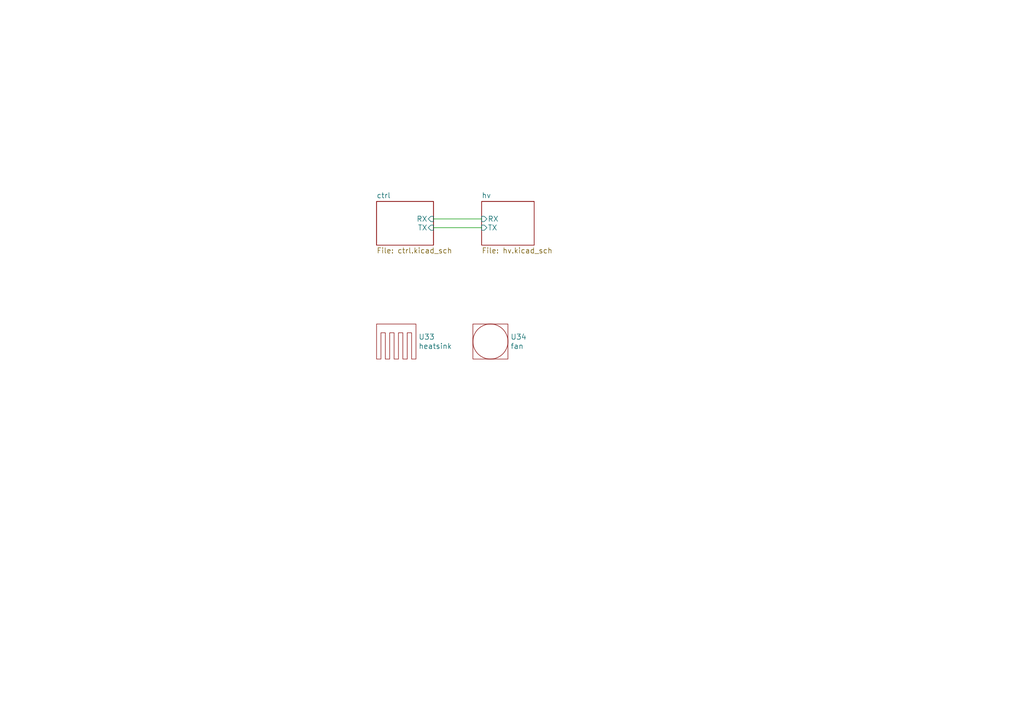
<source format=kicad_sch>
(kicad_sch (version 20211123) (generator eeschema)
  (paper "A4")
  (lib_symbols
    (symbol "stmbl_4.0-rescue:fan-stmbl" (pin_names (offset 1.016))
      (property "Reference" "U" (at 0 -6.35 0))
      (property "Value" "fan-stmbl" (at 0 6.35 0))
      (symbol "fan-stmbl_0_1"
        (rectangle (start -5.08 5.08) (end 5.08 -5.08))
        (circle (center 0 0) (radius 5.08))
      )
    )
    (symbol "stmbl_4.0-rescue:heatsink-stmbl" (pin_names (offset 1.016))
      (property "Reference" "U" (at 0 -7.62 0))
      (property "Value" "heatsink-stmbl" (at 0 5.08 0))
      (symbol "heatsink-stmbl_0_1"
        (polyline (pts (xy -5.08 3.81) (xy 6.35 3.81) (xy 6.35 -6.35) (xy 5.08 -6.35) (xy 5.08 1.27) (xy 3.81 1.27) (xy 3.81 -6.35) (xy 2.54 -6.35) (xy 2.54 1.27) (xy 1.27 1.27) (xy 1.27 -6.35) (xy 0 -6.35) (xy 0 1.27) (xy -1.27 1.27) (xy -1.27 -6.35) (xy -2.54 -6.35) (xy -2.54 1.27) (xy -3.81 1.27) (xy -3.81 -6.35) (xy -5.08 -6.35) (xy -5.08 3.81)))
      )
    )
  )
  (wire (pts (xy 125.73 66.04) (xy 139.7 66.04)))
  (wire (pts (xy 125.73 63.5) (xy 139.7 63.5)))
  (symbol (lib_id "stmbl_4.0-rescue:heatsink-stmbl") (at 114.3 97.79 0) (unit 1)
    (property "Reference" "U33" (at 121.3612 97.7138 0) (effects (font (size 1.524 1.524)) (justify left)))
    (property "Value" "heatsink" (at 121.3612 100.4062 0) (effects (font (size 1.524 1.524)) (justify left)))
    (property "Manufacturer No" "V PR138/94-M3" (effects hide))
    (property "Voltage" " " (effects hide))
    (property "Source" " " (effects hide))
    (property "Tolerance" " " (effects hide))
    (property "Manufacturer" "alutronic" (effects hide))
  )
  (symbol (lib_id "stmbl_4.0-rescue:fan-stmbl") (at 142.24 99.06 0) (unit 1)
    (property "Reference" "U34" (at 148.0312 97.7138 0) (effects (font (size 1.524 1.524)) (justify left)))
    (property "Value" "fan" (at 148.0312 100.4062 0) (effects (font (size 1.524 1.524)) (justify left)))
    (property "Manufacturer No" "MB45101V2-000U-A99" (effects hide))
    (property "Voltage" "12V" (effects hide))
    (property "Source" " " (effects hide))
    (property "Tolerance" " " (effects hide))
    (property "Manufacturer" "Sunon" (effects hide))
  )
  (sheet (at 139.7 58.42) (size 15.24 12.7)
    (property "Sheet name" "hv" (at 139.7 57.5814 0) (effects (font (size 1.524 1.524)) (justify left bottom)))
    (property "Sheet file" "hv.kicad_sch" (at 139.7 71.8062 0) (effects (font (size 1.524 1.524)) (justify left top)))
    (pin "TX" input (at 139.7 66.04 180) (effects (font (size 1.524 1.524))))
    (pin "RX" input (at 139.7 63.5 180) (effects (font (size 1.524 1.524))))
  )
  (sheet (at 109.22 58.42) (size 16.51 12.7)
    (property "Sheet name" "ctrl" (at 109.22 57.5814 0) (effects (font (size 1.524 1.524)) (justify left bottom)))
    (property "Sheet file" "ctrl.kicad_sch" (at 109.22 71.8062 0) (effects (font (size 1.524 1.524)) (justify left top)))
    (pin "TX" input (at 125.73 66.04 0) (effects (font (size 1.524 1.524))))
    (pin "RX" input (at 125.73 63.5 0) (effects (font (size 1.524 1.524))))
  )
)
</source>
